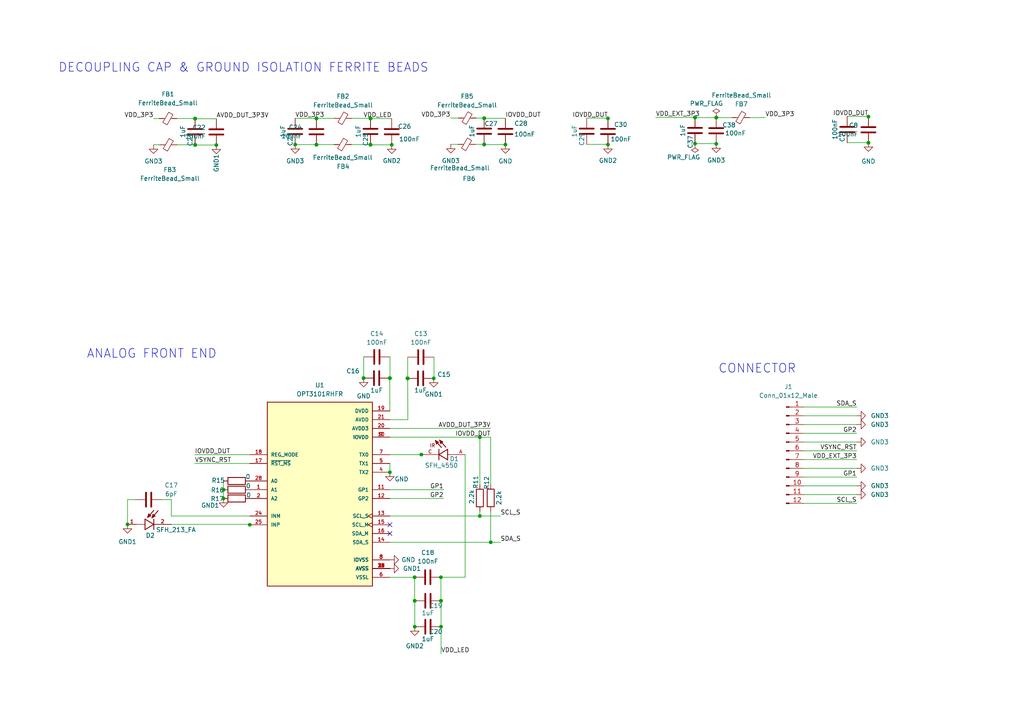
<source format=kicad_sch>
(kicad_sch (version 20211123) (generator eeschema)
  (paper "A4")
  (lib_symbols
    (symbol "Connector:Conn_01x12_Male" (pin_names (offset 1.016) hide)
      (property "Reference" "J" (at 0 15.24 0))
      (property "Value" "Conn_01x12_Male" (at 0 -17.78 0))
      (symbol "Conn_01x12_Male_1_1"
        (polyline (pts (xy 1.27 -15.24) (xy 0.8636 -15.24)) (stroke (width 0.1524)))
        (polyline (pts (xy 1.27 -12.7) (xy 0.8636 -12.7)) (stroke (width 0.1524)))
        (polyline (pts (xy 1.27 -10.16) (xy 0.8636 -10.16)) (stroke (width 0.1524)))
        (polyline (pts (xy 1.27 -7.62) (xy 0.8636 -7.62)) (stroke (width 0.1524)))
        (polyline (pts (xy 1.27 -5.08) (xy 0.8636 -5.08)) (stroke (width 0.1524)))
        (polyline (pts (xy 1.27 -2.54) (xy 0.8636 -2.54)) (stroke (width 0.1524)))
        (polyline (pts (xy 1.27 0) (xy 0.8636 0)) (stroke (width 0.1524)))
        (polyline (pts (xy 1.27 2.54) (xy 0.8636 2.54)) (stroke (width 0.1524)))
        (polyline (pts (xy 1.27 5.08) (xy 0.8636 5.08)) (stroke (width 0.1524)))
        (polyline (pts (xy 1.27 7.62) (xy 0.8636 7.62)) (stroke (width 0.1524)))
        (polyline (pts (xy 1.27 10.16) (xy 0.8636 10.16)) (stroke (width 0.1524)))
        (polyline (pts (xy 1.27 12.7) (xy 0.8636 12.7)) (stroke (width 0.1524)))
        (rectangle (start 0.8636 -15.113) (end 0 -15.367) (stroke (width 0.1524)) (fill (type outline)))
        (rectangle (start 0.8636 -12.573) (end 0 -12.827) (stroke (width 0.1524)) (fill (type outline)))
        (rectangle (start 0.8636 -10.033) (end 0 -10.287) (stroke (width 0.1524)) (fill (type outline)))
        (rectangle (start 0.8636 -7.493) (end 0 -7.747) (stroke (width 0.1524)) (fill (type outline)))
        (rectangle (start 0.8636 -4.953) (end 0 -5.207) (stroke (width 0.1524)) (fill (type outline)))
        (rectangle (start 0.8636 -2.413) (end 0 -2.667) (stroke (width 0.1524)) (fill (type outline)))
        (rectangle (start 0.8636 0.127) (end 0 -0.127) (stroke (width 0.1524)) (fill (type outline)))
        (rectangle (start 0.8636 2.667) (end 0 2.413) (stroke (width 0.1524)) (fill (type outline)))
        (rectangle (start 0.8636 5.207) (end 0 4.953) (stroke (width 0.1524)) (fill (type outline)))
        (rectangle (start 0.8636 7.747) (end 0 7.493) (stroke (width 0.1524)) (fill (type outline)))
        (rectangle (start 0.8636 10.287) (end 0 10.033) (stroke (width 0.1524)) (fill (type outline)))
        (rectangle (start 0.8636 12.827) (end 0 12.573) (stroke (width 0.1524)) (fill (type outline)))
        (pin passive line (at 5.08 12.7 180) (length 3.81) (name "Pin_1") (number "1"))
        (pin passive line (at 5.08 -10.16 180) (length 3.81) (name "Pin_10") (number "10"))
        (pin passive line (at 5.08 -12.7 180) (length 3.81) (name "Pin_11") (number "11"))
        (pin passive line (at 5.08 -15.24 180) (length 3.81) (name "Pin_12") (number "12"))
        (pin passive line (at 5.08 10.16 180) (length 3.81) (name "Pin_2") (number "2"))
        (pin passive line (at 5.08 7.62 180) (length 3.81) (name "Pin_3") (number "3"))
        (pin passive line (at 5.08 5.08 180) (length 3.81) (name "Pin_4") (number "4"))
        (pin passive line (at 5.08 2.54 180) (length 3.81) (name "Pin_5") (number "5"))
        (pin passive line (at 5.08 0 180) (length 3.81) (name "Pin_6") (number "6"))
        (pin passive line (at 5.08 -2.54 180) (length 3.81) (name "Pin_7") (number "7"))
        (pin passive line (at 5.08 -5.08 180) (length 3.81) (name "Pin_8") (number "8"))
        (pin passive line (at 5.08 -7.62 180) (length 3.81) (name "Pin_9") (number "9"))
      )
    )
    (symbol "Device:C" (pin_numbers hide) (pin_names (offset 0.254))
      (property "Reference" "C" (at 0.635 2.54 0))
      (property "Value" "C" (at 0.635 -2.54 0))
      (symbol "C_0_1"
        (polyline (pts (xy -2.032 -0.762) (xy 2.032 -0.762)) (stroke (width 0.508)))
        (polyline (pts (xy -2.032 0.762) (xy 2.032 0.762)) (stroke (width 0.508)))
      )
      (symbol "C_1_1"
        (pin passive line (at 0 3.81 270) (length 2.794) (name "~") (number "1"))
        (pin passive line (at 0 -3.81 90) (length 2.794) (name "~") (number "2"))
      )
    )
    (symbol "Device:FerriteBead_Small" (pin_numbers hide) (pin_names (offset 0))
      (property "Reference" "FB" (at 1.905 1.27 0))
      (property "Value" "FerriteBead_Small" (at 1.905 -1.27 0))
      (symbol "FerriteBead_Small_0_1"
        (polyline (pts (xy 0 -1.27) (xy 0 -0.7874)))
        (polyline (pts (xy 0 0.889) (xy 0 1.2954)))
        (polyline (pts (xy -1.8288 0.2794) (xy -1.1176 1.4986) (xy 1.8288 -0.2032) (xy 1.1176 -1.4224) (xy -1.8288 0.2794)))
      )
      (symbol "FerriteBead_Small_1_1"
        (pin passive line (at 0 2.54 270) (length 1.27) (name "~") (number "1"))
        (pin passive line (at 0 -2.54 90) (length 1.27) (name "~") (number "2"))
      )
    )
    (symbol "Device:R" (pin_numbers hide) (pin_names (offset 0))
      (property "Reference" "R" (at 2.032 0 90))
      (property "Value" "R" (at 0 0 90))
      (symbol "R_0_1"
        (rectangle (start -1.016 -2.54) (end 1.016 2.54) (stroke (width 0.254)))
      )
      (symbol "R_1_1"
        (pin passive line (at 0 3.81 270) (length 1.27) (name "~") (number "1"))
        (pin passive line (at 0 -3.81 90) (length 1.27) (name "~") (number "2"))
      )
    )
    (symbol "OPT3101RHFR:OPT3101RHFR" (pin_names (offset 1.016))
      (property "Reference" "U" (at -15.24 26.162 0))
      (property "Value" "OPT3101RHFR" (at -15.24 -28.702 0))
      (symbol "OPT3101RHFR_0_0"
        (rectangle (start -15.24 -27.94) (end 15.24 25.4) (stroke (width 0.254)) (fill (type background)))
        (pin input line (at -20.32 0 0) (length 5.08) (name "A1") (number "1"))
        (pin power_in line (at 20.32 15.24 180) (length 5.08) (name "IOVDD") (number "10"))
        (pin output line (at 20.32 0 180) (length 5.08) (name "GP1") (number "11"))
        (pin bidirectional line (at 20.32 -2.54 180) (length 5.08) (name "GP2") (number "12"))
        (pin input clock (at 20.32 -7.62 180) (length 5.08) (name "SCL_S") (number "13"))
        (pin bidirectional line (at 20.32 -15.24 180) (length 5.08) (name "SDA_S") (number "14"))
        (pin output clock (at 20.32 -10.16 180) (length 5.08) (name "SCL_M") (number "15"))
        (pin bidirectional line (at 20.32 -12.7 180) (length 5.08) (name "SDA_M") (number "16"))
        (pin input line (at -20.32 7.62 0) (length 5.08) (name "~{RST_MS}") (number "17"))
        (pin input line (at -20.32 10.16 0) (length 5.08) (name "REG_MODE") (number "18"))
        (pin power_in line (at 20.32 22.86 180) (length 5.08) (name "DVDD") (number "19"))
        (pin input line (at -20.32 -2.54 0) (length 5.08) (name "A2") (number "2"))
        (pin power_in line (at 20.32 17.78 180) (length 5.08) (name "AVDD3") (number "20"))
        (pin power_in line (at 20.32 20.32 180) (length 5.08) (name "AVDD") (number "21"))
        (pin power_in line (at 20.32 -22.86 180) (length 5.08) (name "AVSS") (number "23"))
        (pin input line (at -20.32 -7.62 0) (length 5.08) (name "INM") (number "24"))
        (pin input line (at -20.32 -10.16 0) (length 5.08) (name "INP") (number "25"))
        (pin power_in line (at 20.32 -22.86 180) (length 5.08) (name "AVSS") (number "26"))
        (pin power_in line (at 20.32 -22.86 180) (length 5.08) (name "AVSS") (number "27"))
        (pin input line (at -20.32 2.54 0) (length 5.08) (name "A0") (number "28"))
        (pin power_in line (at 20.32 -22.86 180) (length 5.08) (name "AVSS") (number "29"))
        (pin power_in line (at 20.32 -20.32 180) (length 5.08) (name "IOVSS") (number "3"))
        (pin power_in line (at 20.32 -22.86 180) (length 5.08) (name "AVSS") (number "30"))
        (pin power_in line (at 20.32 -22.86 180) (length 5.08) (name "AVSS") (number "31"))
        (pin power_in line (at 20.32 -22.86 180) (length 5.08) (name "AVSS") (number "32"))
        (pin power_in line (at 20.32 -22.86 180) (length 5.08) (name "AVSS") (number "33"))
        (pin power_in line (at 20.32 -22.86 180) (length 5.08) (name "AVSS") (number "34"))
        (pin output line (at 20.32 5.08 180) (length 5.08) (name "TX2") (number "4"))
        (pin output line (at 20.32 7.62 180) (length 5.08) (name "TX1") (number "5"))
        (pin power_in line (at 20.32 -25.4 180) (length 5.08) (name "VSSL") (number "6"))
        (pin output line (at 20.32 10.16 180) (length 5.08) (name "TX0") (number "7"))
        (pin power_in line (at 20.32 -20.32 180) (length 5.08) (name "IOVSS") (number "8"))
        (pin power_in line (at 20.32 15.24 180) (length 5.08) (name "IOVDD") (number "9"))
      )
    )
    (symbol "SFH_213_FA:SFH_213_FA" (pin_names (offset 1.016))
      (property "Reference" "D" (at -3.0988 4.4958 0))
      (property "Value" "SFH_213_FA" (at -3.556 -3.302 0))
      (symbol "SFH_213_FA_0_0"
        (polyline (pts (xy -2.54 -1.524) (xy 0 0)) (stroke (width 0.254)))
        (polyline (pts (xy -2.54 0) (xy -5.08 0)) (stroke (width 0.1524)))
        (polyline (pts (xy -2.54 0) (xy -2.54 -1.524)) (stroke (width 0.254)))
        (polyline (pts (xy -2.54 1.524) (xy -2.54 0)) (stroke (width 0.254)))
        (polyline (pts (xy -1.778 2.032) (xy -1.4478 2.9972)) (stroke (width 0.254)))
        (polyline (pts (xy -1.778 2.032) (xy 0 4.064)) (stroke (width 0.254)))
        (polyline (pts (xy -1.4732 2.2606) (xy -1.3462 2.2606)) (stroke (width 0.254)))
        (polyline (pts (xy -1.4478 2.9972) (xy -1.4732 2.2606)) (stroke (width 0.254)))
        (polyline (pts (xy -1.4478 2.9972) (xy -0.889 2.5146)) (stroke (width 0.254)))
        (polyline (pts (xy -1.0668 2.5908) (xy -1.2954 2.4384)) (stroke (width 0.254)))
        (polyline (pts (xy -0.889 2.5146) (xy -1.778 2.032)) (stroke (width 0.254)))
        (polyline (pts (xy -0.5334 1.9304) (xy -0.2032 2.8956)) (stroke (width 0.254)))
        (polyline (pts (xy -0.5334 1.9304) (xy 1.2446 3.9624)) (stroke (width 0.254)))
        (polyline (pts (xy -0.2286 2.159) (xy -0.1016 2.159)) (stroke (width 0.254)))
        (polyline (pts (xy -0.2032 2.8956) (xy -0.2286 2.159)) (stroke (width 0.254)))
        (polyline (pts (xy -0.2032 2.8956) (xy 0.3556 2.413)) (stroke (width 0.254)))
        (polyline (pts (xy 0 0) (xy -2.54 1.524)) (stroke (width 0.254)))
        (polyline (pts (xy 0 1.524) (xy 0 -1.524)) (stroke (width 0.254)))
        (polyline (pts (xy 0.1778 2.4892) (xy -0.0508 2.3368)) (stroke (width 0.254)))
        (polyline (pts (xy 0.3556 2.413) (xy -0.5334 1.9304)) (stroke (width 0.254)))
        (pin passive line (at -7.62 0 0) (length 2.54) (name "~") (number "1"))
        (pin passive line (at 5.08 0 180) (length 5.08) (name "~") (number "2"))
      )
    )
    (symbol "SFH_4550:SFH_4550" (pin_names (offset 1.016))
      (property "Reference" "D" (at -3.556 4.826 0))
      (property "Value" "SFH_4550" (at -3.556 -3.302 0))
      (symbol "SFH_4550_0_0"
        (polyline (pts (xy -2.54 -1.524) (xy 0 0)) (stroke (width 0.254)))
        (polyline (pts (xy -2.54 0) (xy -5.08 0)) (stroke (width 0.1524)))
        (polyline (pts (xy -2.54 0) (xy -2.54 -1.524)) (stroke (width 0.254)))
        (polyline (pts (xy -2.54 1.524) (xy -2.54 0)) (stroke (width 0.254)))
        (polyline (pts (xy -1.1176 3.683) (xy -0.2286 4.1656)) (stroke (width 0.254)))
        (polyline (pts (xy -0.9398 3.6068) (xy -0.7112 3.7592)) (stroke (width 0.254)))
        (polyline (pts (xy -0.5588 3.2004) (xy -1.1176 3.683)) (stroke (width 0.254)))
        (polyline (pts (xy -0.5588 3.2004) (xy -0.5334 3.937)) (stroke (width 0.254)))
        (polyline (pts (xy -0.5334 3.937) (xy -0.6604 3.937)) (stroke (width 0.254)))
        (polyline (pts (xy -0.2286 4.1656) (xy -2.0066 2.1336)) (stroke (width 0.254)))
        (polyline (pts (xy -0.2286 4.1656) (xy -0.5588 3.2004)) (stroke (width 0.254)))
        (polyline (pts (xy 0 0) (xy -2.54 1.524)) (stroke (width 0.254)))
        (polyline (pts (xy 0 1.524) (xy 0 -1.524)) (stroke (width 0.254)))
        (polyline (pts (xy 0.127 3.5814) (xy 1.016 4.064)) (stroke (width 0.254)))
        (polyline (pts (xy 0.3048 3.5052) (xy 0.5334 3.6576)) (stroke (width 0.254)))
        (polyline (pts (xy 0.6858 3.0988) (xy 0.127 3.5814)) (stroke (width 0.254)))
        (polyline (pts (xy 0.6858 3.0988) (xy 0.7112 3.8354)) (stroke (width 0.254)))
        (polyline (pts (xy 0.7112 3.8354) (xy 0.5842 3.8354)) (stroke (width 0.254)))
        (polyline (pts (xy 1.016 4.064) (xy -0.762 2.032)) (stroke (width 0.254)))
        (polyline (pts (xy 1.016 4.064) (xy 0.6858 3.0988)) (stroke (width 0.254)))
        (text "IR" (at 1.016 2.032 0) (effects (font (size 1.016 1.016)) (justify left bottom)))
        (pin passive line (at -7.62 0 0) (length 2.54) (name "~") (number "A"))
        (pin passive line (at 5.08 0 180) (length 5.08) (name "~") (number "C"))
      )
    )
    (symbol "power:GND" (power) (pin_names (offset 0))
      (property "Value" "GND" (at 0 -3.81 0))
      (symbol "GND_0_1"
        (polyline (pts (xy 0 0) (xy 0 -1.27) (xy 1.27 -1.27) (xy 0 -2.54) (xy -1.27 -1.27) (xy 0 -1.27)))
      )
      (symbol "GND_1_1"
        (pin power_in line (at 0 0 270) (length 0) hide (name "GND") (number "1"))
      )
    )
    (symbol "power:GND1" (power) (pin_names (offset 0))
      (property "Value" "GND1" (at 0 -3.81 0))
      (symbol "GND1_0_1"
        (polyline (pts (xy 0 0) (xy 0 -1.27) (xy 1.27 -1.27) (xy 0 -2.54) (xy -1.27 -1.27) (xy 0 -1.27)))
      )
      (symbol "GND1_1_1"
        (pin power_in line (at 0 0 270) (length 0) hide (name "GND1") (number "1"))
      )
    )
    (symbol "power:GND2" (power) (pin_names (offset 0))
      (property "Value" "GND2" (at 0 -3.81 0))
      (symbol "GND2_0_1"
        (polyline (pts (xy 0 0) (xy 0 -1.27) (xy 1.27 -1.27) (xy 0 -2.54) (xy -1.27 -1.27) (xy 0 -1.27)))
      )
      (symbol "GND2_1_1"
        (pin power_in line (at 0 0 270) (length 0) hide (name "GND2") (number "1"))
      )
    )
    (symbol "power:GND3" (power) (pin_names (offset 0))
      (property "Value" "GND3" (at 0 -3.81 0))
      (symbol "GND3_0_1"
        (polyline (pts (xy 0 0) (xy 0 -1.27) (xy 1.27 -1.27) (xy 0 -2.54) (xy -1.27 -1.27) (xy 0 -1.27)))
      )
      (symbol "GND3_1_1"
        (pin power_in line (at 0 0 270) (length 0) hide (name "GND3") (number "1"))
      )
    )
    (symbol "power:PWR_FLAG" (power) (pin_numbers hide) (pin_names (offset 0) hide)
      (property "Value" "PWR_FLAG" (at 0 3.81 0))
      (symbol "PWR_FLAG_0_0"
        (pin power_out line (at 0 0 90) (length 0) (name "pwr") (number "1"))
      )
      (symbol "PWR_FLAG_0_1"
        (polyline (pts (xy 0 0) (xy 0 1.27) (xy -1.016 1.905) (xy 0 2.54) (xy 1.016 1.905) (xy 0 1.27)))
      )
    )
  )
  (junction (at 140.4308 34.2479))
  (junction (at 56.5891 34.3768))
  (junction (at 125.8011 109.7375))
  (junction (at 64.8233 142.0451))
  (junction (at 72.4433 152.2051))
  (junction (at 120.2633 174.258))
  (junction (at 118.2358 109.7375))
  (junction (at 107.4613 42.0057))
  (junction (at 251.878 41.3745))
  (junction (at 107.4613 41.9328))
  (junction (at 201.5784 34.1109))
  (junction (at 118.1811 109.7375))
  (junction (at 142.3304 157.2851))
  (junction (at 207.7368 34.1109))
  (junction (at 62.7475 42.0697))
  (junction (at 122.2107 131.8426))
  (junction (at 127.9249 181.7812))
  (junction (at 127.9249 174.258))
  (junction (at 139.1791 149.6651))
  (junction (at 146.5892 41.9408))
  (junction (at 127.8833 167.4171))
  (junction (at 201.5784 41.658))
  (junction (at 36.9844 152.0928))
  (junction (at 113.1169 109.6737))
  (junction (at 107.4613 34.3857))
  (junction (at 105.424 109.6737))
  (junction (at 91.7753 41.9328))
  (junction (at 64.8233 144.5851))
  (junction (at 176.3322 34.3233))
  (junction (at 113.044 109.6737))
  (junction (at 251.878 41.4474))
  (junction (at 127.8833 174.258))
  (junction (at 120.3049 181.7812))
  (junction (at 140.4308 34.3208))
  (junction (at 107.4613 34.3128))
  (junction (at 113.6197 42.0057))
  (junction (at 85.6169 41.9328))
  (junction (at 139.1791 126.8051))
  (junction (at 120.3049 174.258))
  (junction (at 56.5891 41.9968))
  (junction (at 56.5891 42.0697))
  (junction (at 176.3322 41.9433))
  (junction (at 120.2633 167.4451))
  (junction (at 113.0833 136.9651))
  (junction (at 91.7753 42.0057))
  (junction (at 118.254 109.7375))
  (junction (at 91.7753 34.3857))
  (junction (at 120.2633 167.4171))
  (junction (at 207.7368 41.7309))
  (junction (at 140.4308 41.8679))
  (junction (at 140.4308 41.9408))
  (junction (at 105.4787 109.6737))
  (junction (at 201.5784 34.038))
  (junction (at 56.5891 34.4497))
  (junction (at 207.7577 34.1109))
  (junction (at 91.7753 34.3128))
  (junction (at 251.878 33.8274))
  (no_connect (at 113.0833 152.2051))
  (no_connect (at 113.0833 154.7451))
  (wire (pts (xy 113.0833 144.5851) (xy 128.6605 144.5851)))
  (wire (pts (xy 139.1791 126.8051) (xy 142.3304 126.8051)))
  (wire (pts (xy 51.3803 41.9968) (xy 56.5891 41.9968)))
  (wire (pts (xy 233.1189 130.7536) (xy 248.4909 130.7536)))
  (wire (pts (xy 56.4894 131.8851) (xy 72.4433 131.8851)))
  (wire (pts (xy 207.7368 41.658) (xy 207.7368 41.7309)))
  (wire (pts (xy 120.3049 174.258) (xy 120.3049 181.7812)))
  (wire (pts (xy 56.5891 34.4497) (xy 56.5891 34.3768)))
  (wire (pts (xy 44.5334 34.3768) (xy 46.1962 34.3768)))
  (wire (pts (xy 105.4969 103.5153) (xy 105.4969 109.6737)))
  (wire (pts (xy 120.2633 167.4171) (xy 120.2633 167.4451)))
  (wire (pts (xy 125.874 109.7375) (xy 125.8011 109.7375)))
  (wire (pts (xy 49.6844 149.6651) (xy 49.7054 144.9154)))
  (wire (pts (xy 113.0833 131.8851) (xy 122.2107 131.8851)))
  (wire (pts (xy 233.1189 143.4536) (xy 248.4909 143.4536)))
  (wire (pts (xy 245.7196 33.7545) (xy 251.878 33.7545)))
  (wire (pts (xy 134.9107 131.8426) (xy 134.9107 167.4171)))
  (wire (pts (xy 139.1791 148.2485) (xy 139.1791 149.6651)))
  (wire (pts (xy 107.4613 42.0057) (xy 107.4613 41.9328)))
  (wire (pts (xy 113.0833 149.6651) (xy 139.1791 149.6651)))
  (wire (pts (xy 113.1169 109.6737) (xy 113.044 109.6737)))
  (wire (pts (xy 233.1189 140.9136) (xy 248.4909 140.9136)))
  (wire (pts (xy 130.7559 41.8679) (xy 132.8301 41.8679)))
  (wire (pts (xy 113.0833 167.4451) (xy 120.2633 167.4451)))
  (wire (pts (xy 36.9844 144.9154) (xy 36.9844 152.0928)))
  (wire (pts (xy 212.3027 34.1109) (xy 207.7577 34.1109)))
  (wire (pts (xy 91.7753 34.3128) (xy 91.7753 34.3857)))
  (wire (pts (xy 127.9249 181.7812) (xy 127.9249 189.5894)))
  (wire (pts (xy 207.7577 34.1109) (xy 207.7368 34.1109)))
  (wire (pts (xy 118.2933 121.7251) (xy 118.254 109.7375)))
  (wire (pts (xy 245.7196 41.3745) (xy 251.878 41.3745)))
  (wire (pts (xy 49.6844 152.0928) (xy 72.4433 152.0928)))
  (wire (pts (xy 105.4969 109.6737) (xy 105.4787 109.6737)))
  (wire (pts (xy 170.1738 34.2504) (xy 176.3322 34.2504)))
  (wire (pts (xy 251.878 41.3745) (xy 251.878 41.4474)))
  (wire (pts (xy 146.5892 41.9408) (xy 140.4308 41.9408)))
  (wire (pts (xy 139.1791 149.6651) (xy 145.1426 149.6651)))
  (wire (pts (xy 51.2762 34.3768) (xy 56.5891 34.3768)))
  (wire (pts (xy 201.5784 34.1109) (xy 201.5784 34.038)))
  (wire (pts (xy 251.878 33.7545) (xy 251.878 33.8274)))
  (wire (pts (xy 118.2358 109.7375) (xy 118.1811 109.7375)))
  (wire (pts (xy 233.1189 138.3736) (xy 248.4909 138.3736)))
  (wire (pts (xy 101.9558 41.9328) (xy 107.4613 41.9328)))
  (wire (pts (xy 113.0833 142.0451) (xy 128.6827 142.0451)))
  (wire (pts (xy 113.6197 42.0057) (xy 107.4613 42.0057)))
  (wire (pts (xy 221.9485 34.1109) (xy 217.3827 34.1109)))
  (wire (pts (xy 233.1189 128.2136) (xy 248.4909 128.2136)))
  (wire (pts (xy 140.4308 41.9408) (xy 140.4308 41.8679)))
  (wire (pts (xy 113.0833 157.2851) (xy 142.3304 157.2851)))
  (wire (pts (xy 138.0532 34.2479) (xy 140.4308 34.2479)))
  (wire (pts (xy 142.3304 157.2851) (xy 145.1426 157.2851)))
  (wire (pts (xy 118.254 103.5791) (xy 118.254 109.7375)))
  (wire (pts (xy 233.1189 133.2936) (xy 248.4909 133.2936)))
  (wire (pts (xy 46.9218 144.9154) (xy 49.7054 144.9154)))
  (wire (pts (xy 233.1189 125.6736) (xy 248.4909 125.6736)))
  (wire (pts (xy 113.044 109.6737) (xy 113.0833 119.1851)))
  (wire (pts (xy 127.8833 167.4171) (xy 134.9107 167.4171)))
  (wire (pts (xy 113.0833 124.2651) (xy 142.3228 124.2651)))
  (wire (pts (xy 137.9101 41.8679) (xy 140.4308 41.8679)))
  (wire (pts (xy 176.3322 41.8704) (xy 176.3322 41.9433)))
  (wire (pts (xy 72.4433 152.0928) (xy 72.4433 152.2051)))
  (wire (pts (xy 62.7475 34.4497) (xy 56.5891 34.4497)))
  (wire (pts (xy 120.2633 174.258) (xy 120.3049 174.258)))
  (wire (pts (xy 113.0833 134.4251) (xy 113.0833 136.9651)))
  (wire (pts (xy 85.6169 41.9328) (xy 91.7753 41.9328)))
  (wire (pts (xy 139.1791 126.8051) (xy 139.1791 140.6285)))
  (wire (pts (xy 122.2107 131.8851) (xy 122.2107 131.8426)))
  (wire (pts (xy 127.9249 174.258) (xy 127.8833 174.258)))
  (wire (pts (xy 146.5892 34.3208) (xy 140.4308 34.3208)))
  (wire (pts (xy 102.0512 34.3128) (xy 107.4613 34.3128)))
  (wire (pts (xy 201.5784 41.658) (xy 207.7368 41.658)))
  (wire (pts (xy 91.7753 34.3128) (xy 96.9712 34.3128)))
  (wire (pts (xy 233.1189 135.8336) (xy 248.4909 135.8336)))
  (wire (pts (xy 233.1189 123.1336) (xy 248.4909 123.1336)))
  (wire (pts (xy 127.8833 167.4171) (xy 127.8833 174.258)))
  (wire (pts (xy 105.4787 109.6737) (xy 105.424 109.6737)))
  (wire (pts (xy 127.9249 181.7812) (xy 127.9249 174.258)))
  (wire (pts (xy 36.9844 144.9154) (xy 39.3018 144.9154)))
  (wire (pts (xy 201.5784 34.038) (xy 190.1867 34.038)))
  (wire (pts (xy 62.7475 42.0697) (xy 56.5891 42.0697)))
  (wire (pts (xy 91.7753 41.9328) (xy 96.8758 41.9328)))
  (wire (pts (xy 130.6605 34.2479) (xy 132.9732 34.2479)))
  (wire (pts (xy 64.8233 139.5051) (xy 64.8233 142.0451)))
  (wire (pts (xy 233.1189 120.5936) (xy 248.4909 120.5936)))
  (wire (pts (xy 142.3304 140.6063) (xy 142.3304 126.8051)))
  (wire (pts (xy 142.3304 148.2263) (xy 142.3304 157.2851)))
  (wire (pts (xy 207.7368 34.1109) (xy 201.5784 34.1109)))
  (wire (pts (xy 118.254 109.7375) (xy 118.2358 109.7375)))
  (wire (pts (xy 233.1189 118.0536) (xy 248.4909 118.0536)))
  (wire (pts (xy 113.6197 34.3857) (xy 107.4613 34.3857)))
  (wire (pts (xy 113.1169 103.5153) (xy 113.1169 109.6737)))
  (wire (pts (xy 113.0833 126.8051) (xy 139.1791 126.8051)))
  (wire (pts (xy 91.7753 41.9328) (xy 91.7753 42.0057)))
  (wire (pts (xy 56.4846 134.4251) (xy 72.4433 134.4251)))
  (wire (pts (xy 44.5334 41.9968) (xy 46.3003 41.9968)))
  (wire (pts (xy 170.1738 41.8704) (xy 176.3322 41.8704)))
  (wire (pts (xy 64.8233 142.0451) (xy 64.8233 144.5851)))
  (wire (pts (xy 56.5891 42.0697) (xy 56.5891 41.9968)))
  (wire (pts (xy 140.4308 34.3208) (xy 140.4308 34.2479)))
  (wire (pts (xy 113.0833 121.7251) (xy 118.2933 121.7251)))
  (wire (pts (xy 233.1189 145.9936) (xy 248.4909 145.9936)))
  (wire (pts (xy 85.6169 34.3128) (xy 91.7753 34.3128)))
  (wire (pts (xy 120.2633 167.4451) (xy 120.2633 174.258)))
  (wire (pts (xy 107.4613 34.3857) (xy 107.4613 34.3128)))
  (wire (pts (xy 49.6844 149.6651) (xy 72.4433 149.6651)))
  (wire (pts (xy 176.3322 34.2504) (xy 176.3322 34.3233)))
  (wire (pts (xy 125.874 103.5791) (xy 125.874 109.7375)))
  (text "ANALOG FRONT END" (at 25.1025 104.1938 0) (effects (font (size 2.54 2.54)) (justify left bottom)))
  (text "DECOUPLING CAP & GROUND ISOLATION FERRITE BEADS" (at 16.8763 21.2067 0) (effects (font (size 2.54 2.54)) (justify left bottom)))
  (text "CONNECTOR" (at 208.2862 108.4906 0) (effects (font (size 2.54 2.54)) (justify left bottom)))
  (label "SCL_S" (at 145.1426 149.6651 0))
  (label "VDD_3P3" (at 221.9485 34.1109 0))
  (label "SDA_S" (at 145.1426 157.2851 0))
  (label "VSYNC_RST" (at 56.4846 134.4251 0))
  (label "SDA_S" (at 248.4909 118.0536 180))
  (label "VSYNC_RST" (at 248.4909 130.7536 180))
  (label "GP2" (at 128.6605 144.5851 180))
  (label "IOVDD_DUT" (at 251.878 33.8274 180))
  (label "IOVDD_DUT" (at 142.3304 126.8051 180))
  (label "GP2" (at 248.4909 125.6736 180))
  (label "VDD_3P3" (at 130.6605 34.2479 180))
  (label "SCL_S" (at 248.4909 145.9936 180))
  (label "VDD_EXT_3P3" (at 248.4909 133.2936 180))
  (label "IOVDD_DUT" (at 56.4894 131.8851 0))
  (label "AVDD_DUT_3P3V" (at 142.3228 124.2651 180))
  (label "VDD_EXT_3P3" (at 190.1867 34.038 0))
  (label "VDD_LED" (at 113.6197 34.3857 180))
  (label "AVDD_DUT_3P3V" (at 62.7475 34.4497 0))
  (label "GP1" (at 128.6827 142.0451 180))
  (label "VDD_LED" (at 127.9249 189.5894 0))
  (label "VDD_3P3" (at 85.6169 34.3128 0))
  (label "VDD_3P3" (at 44.5334 34.3768 180))
  (label "GP1" (at 248.4909 138.3736 180))
  (label "IOVDD_DUT" (at 146.5892 34.3208 0))
  (label "IOVDD_DUT" (at 176.3322 34.3233 180))
  (symbol (lib_id "Device:C") (at 107.4613 38.1228 0) (unit 1)
    (property "Reference" "C25" (at 106.0423 40.4364 90))
    (property "Value" "1uF" (at 103.9118 38.1061 90))
    (property "Footprint" "Capacitor_SMD:C_0402_1005Metric" (effects hide))
  )
  (symbol (lib_id "Device:FerriteBead_Small") (at 48.7362 34.3768 90) (unit 1)
    (property "Reference" "FB1" (at 48.6981 27.3235 90))
    (property "Value" "FerriteBead_Small" (at 48.6981 29.8635 90))
    (property "Footprint" "BEADC1005X50N:BEADC1005X50N" (effects hide))
  )
  (symbol (lib_id "power:GND3") (at 207.7368 41.7309 0) (unit 1)
    (property "Reference" "#PWR0112" (effects hide))
    (property "Value" "GND3" (at 207.7368 46.4932 0))
  )
  (symbol (lib_id "power:GND2") (at 120.3049 181.7812 0) (unit 1)
    (property "Reference" "#PWR0108" (effects hide))
    (property "Value" "GND2" (at 120.3049 187.3666 0))
  )
  (symbol (lib_id "Device:FerriteBead_Small") (at 48.8403 41.9968 90) (unit 1)
    (property "Reference" "FB3" (at 49.2659 49.2217 90))
    (property "Value" "FerriteBead_Small" (at 49.2659 51.7617 90))
    (property "Footprint" "BEADC1005X50N:BEADC1005X50N" (effects hide))
  )
  (symbol (lib_id "Device:R") (at 139.1791 144.4385 180) (unit 1)
    (property "Reference" "R11" (at 137.9962 139.8158 90))
    (property "Value" "2.2k" (at 136.8267 144.1056 90))
    (property "Footprint" "Resistor_SMD:R_0402_1005Metric" (effects hide))
  )
  (symbol (lib_id "Device:C") (at 124.1149 174.258 90) (unit 1)
    (property "Reference" "C19" (at 126.4285 175.677 90))
    (property "Value" "1uF" (at 124.0982 177.8075 90))
    (property "Footprint" "Capacitor_SMD:C_0402_1005Metric" (effects hide))
  )
  (symbol (lib_id "power:GND1") (at 125.8011 109.7375 0) (unit 1)
    (property "Reference" "#PWR0105" (effects hide))
    (property "Value" "GND1" (at 125.8011 114.3723 0))
  )
  (symbol (lib_id "Device:C") (at 170.1738 38.0604 0) (unit 1)
    (property "Reference" "C29" (at 168.7548 40.374 90))
    (property "Value" "1uF" (at 166.6243 38.0437 90))
    (property "Footprint" "Capacitor_SMD:C_0402_1005Metric" (effects hide))
  )
  (symbol (lib_id "Device:C") (at 207.7368 37.9209 0) (mirror x) (unit 1)
    (property "Reference" "C38" (at 213.4125 36.2732 0) (effects (justify right)))
    (property "Value" "100nF" (at 216.3595 38.6174 0) (effects (justify right)))
    (property "Footprint" "Capacitor_SMD:C_0402_1005Metric" (effects hide))
  )
  (symbol (lib_id "Device:C") (at 124.1149 181.7812 90) (unit 1)
    (property "Reference" "C20" (at 126.4285 183.2002 90))
    (property "Value" "1uF" (at 124.0982 185.3307 90))
    (property "Footprint" "Capacitor_SMD:C_0402_1005Metric" (effects hide))
  )
  (symbol (lib_id "Device:R") (at 68.6333 144.5851 90) (unit 1)
    (property "Reference" "R17" (at 63.0222 144.6681 90))
    (property "Value" "0" (at 72.099 143.625 90))
    (property "Footprint" "Resistor_SMD:R_0402_1005Metric" (effects hide))
  )
  (symbol (lib_id "power:GND1") (at 113.0833 164.9051 90) (unit 1)
    (property "Reference" "#PWR0107" (effects hide))
    (property "Value" "GND1" (at 116.8568 164.905 90) (effects (justify right)))
  )
  (symbol (lib_id "OPT3101RHFR:OPT3101RHFR") (at 92.7633 142.0451 0) (unit 1)
    (property "Reference" "U1" (at 92.7633 111.7349 0))
    (property "Value" "OPT3101RHFR" (at 92.7633 114.2749 0))
    (property "Footprint" "OPT3101RHFR:IC_OPT3101RHFR" (effects hide))
    (property "MF" "Texas Instruments" (effects hide))
    (property "SNAPEDA_PACKAGE_ID" "27348" (effects hide))
    (property "MAXIMUM_PACKAGE_HEIGHT" "1.0mm" (effects hide))
    (property "Price" "None" (effects hide))
    (property "Package" "VQFN-28 Texas Instruments" (effects hide))
    (property "Check_prices" "https://www.snapeda.com/parts/OPT3101RHFR/Texas+Instruments/view-part/?ref=eda" (effects hide))
    (property "STANDARD" "Manufacturer Recommendations" (effects hide))
    (property "PARTREV" "A" (effects hide))
    (property "SnapEDA_Link" "https://www.snapeda.com/parts/OPT3101RHFR/Texas+Instruments/view-part/?ref=snap" (effects hide))
    (property "MP" "OPT3101RHFR" (effects hide))
    (property "Purchase-URL" "https://www.snapeda.com/api/url_track_click_mouser/?unipart_id=3656562&manufacturer=Texas Instruments&part_name=OPT3101RHFR&search_term=None" (effects hide))
    (property "Description" "\nToF-based long-range proximity and distance sensor analog front end (AFE)\n" (effects hide))
    (property "Availability" "In Stock" (effects hide))
    (property "MANUFACTURER" "Texas Instruments" (effects hide))
  )
  (symbol (lib_id "power:GND3") (at 85.6169 41.9328 0) (unit 1)
    (property "Reference" "#PWR0106" (effects hide))
    (property "Value" "GND3" (at 85.6169 46.6951 0))
  )
  (symbol (lib_id "Device:C") (at 56.5891 38.1868 0) (unit 1)
    (property "Reference" "C21" (at 55.1701 40.5004 90))
    (property "Value" "1uF" (at 53.0396 38.1701 90))
    (property "Footprint" "Capacitor_SMD:C_0402_1005Metric" (effects hide))
  )
  (symbol (lib_id "Device:FerriteBead_Small") (at 135.5132 34.2479 90) (unit 1)
    (property "Reference" "FB5" (at 135.4751 27.94 90))
    (property "Value" "FerriteBead_Small" (at 135.4751 30.48 90))
    (property "Footprint" "BEADC1005X50N:BEADC1005X50N" (effects hide))
  )
  (symbol (lib_id "Device:R") (at 68.6333 139.5051 90) (unit 1)
    (property "Reference" "R15" (at 63.3107 139.3419 90))
    (property "Value" "0" (at 71.9214 138.2545 90))
    (property "Footprint" "Resistor_SMD:R_0402_1005Metric" (effects hide))
  )
  (symbol (lib_id "Device:C") (at 124.0733 167.4171 270) (mirror x) (unit 1)
    (property "Reference" "C18" (at 124.0733 160.2839 90))
    (property "Value" "100nF" (at 124.0733 162.8239 90))
    (property "Footprint" "Capacitor_SMD:C_0402_1005Metric" (effects hide))
  )
  (symbol (lib_id "power:GND2") (at 113.6197 42.0057 0) (unit 1)
    (property "Reference" "#PWR0115" (effects hide))
    (property "Value" "GND2" (at 113.6197 46.6295 0))
  )
  (symbol (lib_id "power:GND") (at 113.0833 136.9651 0) (unit 1)
    (property "Reference" "#PWR0110" (effects hide))
    (property "Value" "GND" (at 116.4707 138.9604 0))
  )
  (symbol (lib_id "power:GND3") (at 248.4909 128.2136 90) (unit 1)
    (property "Reference" "#PWR?" (effects hide))
    (property "Value" "GND3" (at 252.5178 128.2135 90) (effects (justify right)))
  )
  (symbol (lib_id "Device:C") (at 121.9911 109.7375 90) (unit 1)
    (property "Reference" "C15" (at 128.7728 108.6076 90))
    (property "Value" "1uF" (at 121.9558 113.201 90))
    (property "Footprint" "Capacitor_SMD:C_0402_1005Metric" (effects hide))
  )
  (symbol (lib_id "power:GND3") (at 248.4909 143.4536 90) (unit 1)
    (property "Reference" "#PWR?" (effects hide))
    (property "Value" "GND3" (at 252.5178 143.4535 90) (effects (justify right)))
  )
  (symbol (lib_id "power:PWR_FLAG") (at 201.5784 41.658 180) (unit 1)
    (property "Reference" "#FLG0102" (effects hide))
    (property "Value" "PWR_FLAG" (at 198.2733 45.6048 0))
  )
  (symbol (lib_id "power:PWR_FLAG") (at 207.7577 34.1109 0) (unit 1)
    (property "Reference" "#FLG0101" (effects hide))
    (property "Value" "PWR_FLAG" (at 204.8963 30.024 0))
  )
  (symbol (lib_id "Device:C") (at 176.3322 38.1333 0) (mirror x) (unit 1)
    (property "Reference" "C30" (at 182.0011 36.1393 0) (effects (justify right)))
    (property "Value" "100nF" (at 183.1397 40.3587 0) (effects (justify right)))
    (property "Footprint" "Capacitor_SMD:C_0402_1005Metric" (effects hide))
  )
  (symbol (lib_id "power:GND2") (at 176.3322 41.9433 0) (unit 1)
    (property "Reference" "#PWR0114" (effects hide))
    (property "Value" "GND2" (at 176.3322 46.5671 0))
  )
  (symbol (lib_id "power:GND") (at 146.5892 41.9408 0) (unit 1)
    (property "Reference" "#PWR0117" (effects hide))
    (property "Value" "GND" (at 146.5892 46.7401 0))
  )
  (symbol (lib_id "power:GND3") (at 248.4909 135.8336 90) (unit 1)
    (property "Reference" "#PWR?" (effects hide))
    (property "Value" "GND3" (at 252.5178 135.8335 90) (effects (justify right)))
  )
  (symbol (lib_id "Device:R") (at 142.3304 144.4163 180) (unit 1)
    (property "Reference" "R12" (at 141.142 140.0155 90))
    (property "Value" "2.2k" (at 144.7161 144.4052 90))
    (property "Footprint" "Resistor_SMD:R_0402_1005Metric" (effects hide))
  )
  (symbol (lib_id "Device:C") (at 245.7196 37.5645 0) (unit 1)
    (property "Reference" "C7" (at 244.3006 39.8781 90))
    (property "Value" "100nF" (at 242.1701 37.5478 90))
    (property "Footprint" "Capacitor_SMD:C_0402_1005Metric" (effects hide))
  )
  (symbol (lib_id "SFH_4550:SFH_4550") (at 127.2907 131.8426 0) (mirror y) (unit 1)
    (property "Reference" "D1" (at 131.758 133.0888 0))
    (property "Value" "SFH_4550" (at 128.0329 134.9911 0))
    (property "Footprint" "SFH4550:DIO_SFH_4550" (effects hide))
    (property "MF" "OSRAM Opto" (effects hide))
    (property "Description" "\nInfrared (IR) Emitter 860nm 1.5V 100mA 1100mW/sr @ 100mA 6° Radial\n" (effects hide))
    (property "Package" "Radial Osram Opto" (effects hide))
    (property "Price" "None" (effects hide))
    (property "Check_prices" "https://www.snapeda.com/parts/SFH%204550/OSRAM+Opto+Semiconductors+Inc./view-part/?ref=eda" (effects hide))
    (property "STANDARD" "Manufacturer Recommendations" (effects hide))
    (property "PARTREV" "1.6" (effects hide))
    (property "SnapEDA_Link" "https://www.snapeda.com/parts/SFH%204550/OSRAM+Opto+Semiconductors+Inc./view-part/?ref=snap" (effects hide))
    (property "MP" "SFH 4550" (effects hide))
    (property "Availability" "In Stock" (effects hide))
    (property "MANUFACTURER" "OSRAM" (effects hide))
  )
  (symbol (lib_id "Device:R") (at 68.6333 142.0451 90) (unit 1)
    (property "Reference" "R16" (at 63.0888 142.1382 90))
    (property "Value" "0" (at 72.0102 140.9398 90))
    (property "Footprint" "Resistor_SMD:R_0402_1005Metric" (effects hide))
  )
  (symbol (lib_id "power:GND1") (at 64.8233 144.5851 0) (unit 1)
    (property "Reference" "#PWR0102" (effects hide))
    (property "Value" "GND1" (at 60.9611 146.5822 0))
  )
  (symbol (lib_id "power:GND") (at 105.4787 109.6737 0) (unit 1)
    (property "Reference" "#PWR0111" (effects hide))
    (property "Value" "GND" (at 105.4787 114.8606 0))
  )
  (symbol (lib_id "Device:C") (at 140.4308 38.0579 0) (unit 1)
    (property "Reference" "C27" (at 142.4187 35.8714 0))
    (property "Value" "1uF" (at 136.8813 38.0412 90))
    (property "Footprint" "Capacitor_SMD:C_0402_1005Metric" (effects hide))
  )
  (symbol (lib_id "Device:FerriteBead_Small") (at 214.8427 34.1109 270) (unit 1)
    (property "Reference" "FB7" (at 215.0271 30.1822 90))
    (property "Value" "FerriteBead_Small" (at 215.0271 27.6422 90))
    (property "Footprint" "BEADC1005X50N:BEADC1005X50N" (effects hide))
  )
  (symbol (lib_id "Device:C") (at 85.6169 38.1228 0) (unit 1)
    (property "Reference" "C23" (at 84.1979 40.4364 90))
    (property "Value" "1uF" (at 82.0674 38.1061 90))
    (property "Footprint" "Capacitor_SMD:C_0402_1005Metric" (effects hide))
  )
  (symbol (lib_id "Device:C") (at 122.064 103.5791 270) (mirror x) (unit 1)
    (property "Reference" "C13" (at 122.064 96.7839 90))
    (property "Value" "100nF" (at 122.064 99.3239 90))
    (property "Footprint" "Capacitor_SMD:C_0402_1005Metric" (effects hide))
  )
  (symbol (lib_id "Device:C") (at 113.6197 38.1957 0) (mirror x) (unit 1)
    (property "Reference" "C26" (at 119.3122 36.6751 0) (effects (justify right)))
    (property "Value" "100nF" (at 121.7903 40.3587 0) (effects (justify right)))
    (property "Footprint" "Capacitor_SMD:C_0402_1005Metric" (effects hide))
  )
  (symbol (lib_id "Device:C") (at 109.3069 103.5153 270) (mirror x) (unit 1)
    (property "Reference" "C14" (at 109.3069 96.7839 90))
    (property "Value" "100nF" (at 109.3069 99.3239 90))
    (property "Footprint" "Capacitor_SMD:C_0402_1005Metric" (effects hide))
  )
  (symbol (lib_id "Device:C") (at 146.5892 38.1308 0) (mirror x) (unit 1)
    (property "Reference" "C28" (at 153.0678 35.8044 0) (effects (justify right)))
    (property "Value" "100nF" (at 155.211 38.9522 0) (effects (justify right)))
    (property "Footprint" "Capacitor_SMD:C_0402_1005Metric" (effects hide))
  )
  (symbol (lib_id "Device:FerriteBead_Small") (at 135.3701 41.8679 90) (unit 1)
    (property "Reference" "FB6" (at 136.0658 51.7956 90))
    (property "Value" "FerriteBead_Small" (at 133.3868 48.7148 90))
    (property "Footprint" "BEADC1005X50N:BEADC1005X50N" (effects hide))
  )
  (symbol (lib_id "Device:FerriteBead_Small") (at 99.4158 41.9328 90) (unit 1)
    (property "Reference" "FB4" (at 99.5305 48.2996 90))
    (property "Value" "FerriteBead_Small" (at 99.3874 45.6767 90))
    (property "Footprint" "BEADC1005X50N:BEADC1005X50N" (effects hide))
  )
  (symbol (lib_id "power:GND3") (at 130.7559 41.8679 0) (unit 1)
    (property "Reference" "#PWR0116" (effects hide))
    (property "Value" "GND3" (at 130.7559 46.6302 0))
  )
  (symbol (lib_id "power:GND3") (at 248.4909 123.1336 90) (unit 1)
    (property "Reference" "#PWR?" (effects hide))
    (property "Value" "GND3" (at 252.5178 123.1335 90) (effects (justify right)))
  )
  (symbol (lib_id "power:GND1") (at 36.9844 152.0928 0) (unit 1)
    (property "Reference" "#PWR0101" (effects hide))
    (property "Value" "GND1" (at 36.9844 157.141 0))
  )
  (symbol (lib_id "power:GND3") (at 44.5334 41.9968 0) (unit 1)
    (property "Reference" "#PWR0104" (effects hide))
    (property "Value" "GND3" (at 44.5334 46.7591 0))
  )
  (symbol (lib_id "Device:C") (at 62.7475 38.2597 0) (mirror x) (unit 1)
    (property "Reference" "C22" (at 59.69 36.9896 0) (effects (justify right)))
    (property "Value" "100nF" (at 59.69 39.5296 0) (effects (justify right)))
    (property "Footprint" "Capacitor_SMD:C_0402_1005Metric" (effects hide))
  )
  (symbol (lib_id "Device:FerriteBead_Small") (at 99.5112 34.3128 90) (unit 1)
    (property "Reference" "FB2" (at 99.4731 27.94 90))
    (property "Value" "FerriteBead_Small" (at 99.4731 30.48 90))
    (property "Footprint" "BEADC1005X50N:BEADC1005X50N" (effects hide))
  )
  (symbol (lib_id "Connector:Conn_01x12_Male") (at 228.0389 130.7536 0) (unit 1)
    (property "Reference" "J1" (at 228.6739 112.1735 0))
    (property "Value" "Conn_01x12_Male" (at 228.6739 114.7135 0))
    (property "Footprint" "Connector_FFC-FPC:Molex_200528-0120_1x12-1MP_P1.00mm_Horizontal" (effects hide))
  )
  (symbol (lib_id "SFH_213_FA:SFH_213_FA") (at 44.6044 152.0928 0) (unit 1)
    (property "Reference" "D2" (at 43.587 155.3113 0))
    (property "Value" "SFH_213_FA" (at 51.027 153.6635 0))
    (property "Footprint" "SFH213FA:XDCR_SFH_213_FA" (effects hide))
    (property "MF" "OSRAM Opto" (effects hide))
    (property "Description" "\nPhotodiode 900nm 5ns 20° Radial\n" (effects hide))
    (property "Package" "Radial Osram Opto" (effects hide))
    (property "Price" "None" (effects hide))
    (property "Check_prices" "https://www.snapeda.com/parts/SFH%20213%20FA/OSRAM+Opto+Semiconductors+Inc./view-part/?ref=eda" (effects hide))
    (property "STANDARD" "Manufacturer Recommendations" (effects hide))
    (property "PARTREV" "1.3" (effects hide))
    (property "SnapEDA_Link" "https://www.snapeda.com/parts/SFH%20213%20FA/OSRAM+Opto+Semiconductors+Inc./view-part/?ref=snap" (effects hide))
    (property "MP" "SFH 213 FA" (effects hide))
    (property "Availability" "In Stock" (effects hide))
    (property "MANUFACTURER" "OSRAM" (effects hide))
  )
  (symbol (lib_id "Device:C") (at 201.5784 37.848 0) (unit 1)
    (property "Reference" "C37" (at 200.2184 41.1624 90))
    (property "Value" "1uF" (at 198.0289 37.8313 90))
    (property "Footprint" "Capacitor_SMD:C_0402_1005Metric" (effects hide))
  )
  (symbol (lib_id "power:GND") (at 251.878 41.3745 0) (unit 1)
    (property "Reference" "#PWR0113" (effects hide))
    (property "Value" "GND" (at 251.878 46.8047 0))
  )
  (symbol (lib_id "power:GND1") (at 62.7475 42.0697 0) (unit 1)
    (property "Reference" "#PWR0103" (effects hide))
    (property "Value" "GND1" (at 62.7475 47.3166 90))
  )
  (symbol (lib_id "power:GND3") (at 248.4909 140.9136 90) (unit 1)
    (property "Reference" "#PWR?" (effects hide))
    (property "Value" "GND3" (at 252.5178 140.9135 90) (effects (justify right)))
  )
  (symbol (lib_id "Device:C") (at 109.234 109.6737 90) (unit 1)
    (property "Reference" "C16" (at 102.3845 107.6029 90))
    (property "Value" "1uF" (at 109.2173 113.2232 90))
    (property "Footprint" "Capacitor_SMD:C_0402_1005Metric" (effects hide))
  )
  (symbol (lib_id "Device:C") (at 251.878 37.6374 0) (mirror x) (unit 1)
    (property "Reference" "C8" (at 248.92 36.3673 0) (effects (justify right)))
    (property "Value" "100nF" (at 248.92 38.9073 0) (effects (justify right)))
    (property "Footprint" "Capacitor_SMD:C_0402_1005Metric" (effects hide))
  )
  (symbol (lib_id "Device:C") (at 91.7753 38.1957 0) (mirror x) (unit 1)
    (property "Reference" "C24" (at 87.63 36.9256 0) (effects (justify right)))
    (property "Value" "100nF" (at 87.63 39.4656 0) (effects (justify right)))
    (property "Footprint" "Capacitor_SMD:C_0402_1005Metric" (effects hide))
  )
  (symbol (lib_id "power:GND3") (at 248.4909 120.5936 90) (unit 1)
    (property "Reference" "#PWR?" (effects hide))
    (property "Value" "GND3" (at 252.5178 120.5935 90) (effects (justify right)))
  )
  (symbol (lib_id "Device:C") (at 43.1118 144.9154 90) (unit 1)
    (property "Reference" "C17" (at 49.6813 140.7386 90))
    (property "Value" "6pF" (at 49.6813 143.2786 90))
    (property "Footprint" "Capacitor_SMD:C_0201_0603Metric" (effects hide))
  )
  (symbol (lib_id "power:GND") (at 113.0833 162.3651 90) (unit 1)
    (property "Reference" "#PWR0109" (effects hide))
    (property "Value" "GND" (at 116.4113 162.365 90) (effects (justify right)))
  )
)
</source>
